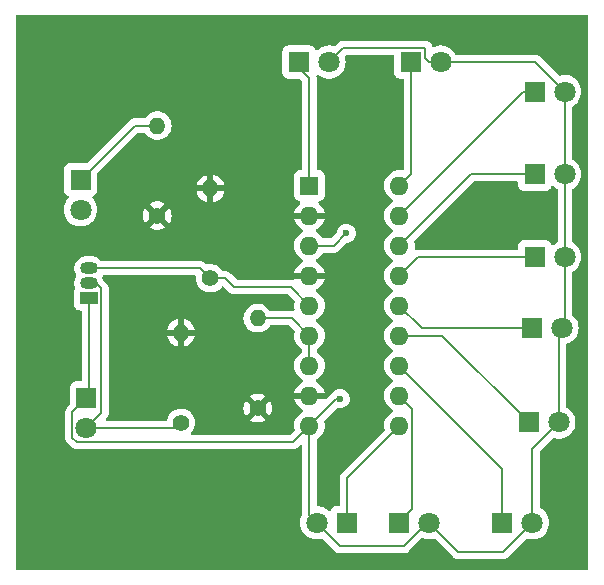
<source format=gbr>
%TF.GenerationSoftware,KiCad,Pcbnew,8.0.1*%
%TF.CreationDate,2024-04-03T23:12:43-04:00*%
%TF.ProjectId,recyclobot,72656379-636c-46f6-926f-742e6b696361,rev?*%
%TF.SameCoordinates,Original*%
%TF.FileFunction,Copper,L1,Top*%
%TF.FilePolarity,Positive*%
%FSLAX46Y46*%
G04 Gerber Fmt 4.6, Leading zero omitted, Abs format (unit mm)*
G04 Created by KiCad (PCBNEW 8.0.1) date 2024-04-03 23:12:43*
%MOMM*%
%LPD*%
G01*
G04 APERTURE LIST*
%TA.AperFunction,ComponentPad*%
%ADD10R,1.800000X1.800000*%
%TD*%
%TA.AperFunction,ComponentPad*%
%ADD11C,1.800000*%
%TD*%
%TA.AperFunction,ComponentPad*%
%ADD12R,1.500000X1.050000*%
%TD*%
%TA.AperFunction,ComponentPad*%
%ADD13O,1.500000X1.050000*%
%TD*%
%TA.AperFunction,ComponentPad*%
%ADD14C,1.400000*%
%TD*%
%TA.AperFunction,ComponentPad*%
%ADD15O,1.400000X1.400000*%
%TD*%
%TA.AperFunction,ComponentPad*%
%ADD16R,1.600000X1.600000*%
%TD*%
%TA.AperFunction,ComponentPad*%
%ADD17O,1.600000X1.600000*%
%TD*%
%TA.AperFunction,ViaPad*%
%ADD18C,0.600000*%
%TD*%
%TA.AperFunction,Conductor*%
%ADD19C,0.200000*%
%TD*%
G04 APERTURE END LIST*
D10*
%TO.P,D6,1,K*%
%TO.N,Net-(D6-K)*%
X146960000Y-100000000D03*
D11*
%TO.P,D6,2,A*%
%TO.N,+5V*%
X149500000Y-100000000D03*
%TD*%
D10*
%TO.P,D1,1,K*%
%TO.N,Net-(D1-K)*%
X108500000Y-93460000D03*
D11*
%TO.P,D1,2,A*%
%TO.N,+5V*%
X108500000Y-96000000D03*
%TD*%
D10*
%TO.P,Q1,1,C*%
%TO.N,+5V*%
X109000000Y-111950000D03*
D11*
%TO.P,Q1,2,E*%
%TO.N,Net-(Q1-E)*%
X109000000Y-114490000D03*
%TD*%
D10*
%TO.P,D7,1,K*%
%TO.N,Net-(D7-K)*%
X146725000Y-106000000D03*
D11*
%TO.P,D7,2,A*%
%TO.N,+5V*%
X149265000Y-106000000D03*
%TD*%
D10*
%TO.P,D3,1,K*%
%TO.N,Net-(D3-K)*%
X136460000Y-83500000D03*
D11*
%TO.P,D3,2,A*%
%TO.N,+5V*%
X139000000Y-83500000D03*
%TD*%
D10*
%TO.P,D4,1,K*%
%TO.N,Net-(D4-K)*%
X146960000Y-86000000D03*
D11*
%TO.P,D4,2,A*%
%TO.N,+5V*%
X149500000Y-86000000D03*
%TD*%
D10*
%TO.P,D2,1,K*%
%TO.N,Net-(D2-K)*%
X127000000Y-83500000D03*
D11*
%TO.P,D2,2,A*%
%TO.N,+5V*%
X129540000Y-83500000D03*
%TD*%
D12*
%TO.P,Q3,1,C*%
%TO.N,+5V*%
X109220000Y-103500000D03*
D13*
%TO.P,Q3,2,B*%
%TO.N,Net-(Q1-E)*%
X109220000Y-102230000D03*
%TO.P,Q3,3,E*%
%TO.N,Net-(Q3-E)*%
X109220000Y-100960000D03*
%TD*%
D14*
%TO.P,R4,1*%
%TO.N,Net-(Q1-E)*%
X117005000Y-114045000D03*
D15*
%TO.P,R4,2*%
%TO.N,GND*%
X117005000Y-106425000D03*
%TD*%
D10*
%TO.P,D9,1,K*%
%TO.N,Net-(D9-K)*%
X144225000Y-122500000D03*
D11*
%TO.P,D9,2,A*%
%TO.N,+5V*%
X146765000Y-122500000D03*
%TD*%
D10*
%TO.P,D10,1,K*%
%TO.N,Net-(D10-K)*%
X135460000Y-122500000D03*
D11*
%TO.P,D10,2,A*%
%TO.N,+5V*%
X138000000Y-122500000D03*
%TD*%
D10*
%TO.P,D11,1,K*%
%TO.N,Net-(D11-K)*%
X131050000Y-122500000D03*
D11*
%TO.P,D11,2,A*%
%TO.N,+5V*%
X128510000Y-122500000D03*
%TD*%
D10*
%TO.P,D8,1,K*%
%TO.N,Net-(D8-K)*%
X146460000Y-114000000D03*
D11*
%TO.P,D8,2,A*%
%TO.N,+5V*%
X149000000Y-114000000D03*
%TD*%
D16*
%TO.P,U1,1,LED1*%
%TO.N,Net-(D2-K)*%
X127880000Y-93960000D03*
D17*
%TO.P,U1,2,V-*%
%TO.N,GND*%
X127880000Y-96500000D03*
%TO.P,U1,3,V+*%
%TO.N,+5V*%
X127880000Y-99040000D03*
%TO.P,U1,4,RLO*%
%TO.N,GND*%
X127880000Y-101580000D03*
%TO.P,U1,5,SIG*%
%TO.N,Net-(Q3-E)*%
X127880000Y-104120000D03*
%TO.P,U1,6,RHI*%
%TO.N,Net-(U1-REFOUT)*%
X127880000Y-106660000D03*
%TO.P,U1,7,REFOUT*%
X127880000Y-109200000D03*
%TO.P,U1,8,REFADJ*%
%TO.N,GND*%
X127880000Y-111740000D03*
%TO.P,U1,9,MODE*%
%TO.N,+5V*%
X127880000Y-114280000D03*
%TO.P,U1,10,LED10*%
%TO.N,Net-(D11-K)*%
X135500000Y-114280000D03*
%TO.P,U1,11,LED9*%
%TO.N,Net-(D10-K)*%
X135500000Y-111740000D03*
%TO.P,U1,12,LED8*%
%TO.N,Net-(D9-K)*%
X135500000Y-109200000D03*
%TO.P,U1,13,LED7*%
%TO.N,Net-(D8-K)*%
X135500000Y-106660000D03*
%TO.P,U1,14,LED6*%
%TO.N,Net-(D7-K)*%
X135500000Y-104120000D03*
%TO.P,U1,15,LED5*%
%TO.N,Net-(D6-K)*%
X135500000Y-101580000D03*
%TO.P,U1,16,LED4*%
%TO.N,Net-(D5-K)*%
X135500000Y-99040000D03*
%TO.P,U1,17,LED3*%
%TO.N,Net-(D4-K)*%
X135500000Y-96500000D03*
%TO.P,U1,18,LED2*%
%TO.N,Net-(D3-K)*%
X135500000Y-93960000D03*
%TD*%
D14*
%TO.P,R5,1*%
%TO.N,Net-(Q3-E)*%
X119500000Y-101810000D03*
D15*
%TO.P,R5,2*%
%TO.N,GND*%
X119500000Y-94190000D03*
%TD*%
D14*
%TO.P,R3,1*%
%TO.N,GND*%
X115000000Y-96500000D03*
D15*
%TO.P,R3,2*%
%TO.N,Net-(D1-K)*%
X115000000Y-88880000D03*
%TD*%
D14*
%TO.P,R1,1*%
%TO.N,GND*%
X123500000Y-112810000D03*
D15*
%TO.P,R1,2*%
%TO.N,Net-(U1-REFOUT)*%
X123500000Y-105190000D03*
%TD*%
D10*
%TO.P,D5,1,K*%
%TO.N,Net-(D5-K)*%
X146960000Y-93000000D03*
D11*
%TO.P,D5,2,A*%
%TO.N,+5V*%
X149500000Y-93000000D03*
%TD*%
D18*
%TO.N,+5V*%
X130500000Y-112000000D03*
X131000000Y-98000000D03*
%TO.N,GND*%
X107500000Y-119500000D03*
X132000000Y-103000000D03*
X140500000Y-97000000D03*
X150000000Y-124500000D03*
X107000000Y-84000000D03*
X122500000Y-93500000D03*
X146500000Y-81000000D03*
%TD*%
D19*
%TO.N,+5V*%
X128000000Y-114400000D02*
X128000000Y-114500000D01*
X139000000Y-83500000D02*
X138000000Y-83500000D01*
X147000000Y-83500000D02*
X139000000Y-83500000D01*
X140500000Y-125000000D02*
X144265000Y-125000000D01*
X127880000Y-114280000D02*
X128000000Y-114400000D01*
X128980000Y-113180000D02*
X127880000Y-114280000D01*
X130160000Y-112000000D02*
X130500000Y-112000000D01*
X149500000Y-93000000D02*
X149500000Y-86000000D01*
X130510000Y-124500000D02*
X135860000Y-124500000D01*
X137660000Y-82300000D02*
X130740000Y-82300000D01*
X127880000Y-114280000D02*
X126470000Y-115690000D01*
X149500000Y-86000000D02*
X147000000Y-83500000D01*
X149265000Y-105735000D02*
X149500000Y-105500000D01*
X146765000Y-116235000D02*
X149000000Y-114000000D01*
X138000000Y-83500000D02*
X137660000Y-83160000D01*
X149500000Y-105500000D02*
X149500000Y-100000000D01*
X130740000Y-82300000D02*
X129540000Y-83500000D01*
X107800000Y-113150000D02*
X109000000Y-111950000D01*
X109220000Y-103500000D02*
X109220000Y-111614314D01*
X128980000Y-113180000D02*
X130160000Y-112000000D01*
X109220000Y-103500000D02*
X109220000Y-103880000D01*
X146765000Y-122500000D02*
X146765000Y-116235000D01*
X149000000Y-106265000D02*
X149265000Y-106000000D01*
X137860000Y-122500000D02*
X138000000Y-122500000D01*
X108190000Y-115690000D02*
X107800000Y-115300000D01*
X137660000Y-83160000D02*
X137660000Y-82300000D01*
X109540000Y-112500000D02*
X109000000Y-111960000D01*
X127880000Y-114280000D02*
X127880000Y-121870000D01*
X135860000Y-124500000D02*
X137860000Y-122500000D01*
X128510000Y-122500000D02*
X130510000Y-124500000D01*
X109220000Y-111614314D02*
X109277843Y-111672157D01*
X138000000Y-122500000D02*
X140500000Y-125000000D01*
X149265000Y-106000000D02*
X149265000Y-105735000D01*
X144265000Y-125000000D02*
X146765000Y-122500000D01*
X127880000Y-121870000D02*
X128510000Y-122500000D01*
X126470000Y-115690000D02*
X108190000Y-115690000D01*
X107800000Y-115300000D02*
X107800000Y-113150000D01*
X129960000Y-99040000D02*
X131000000Y-98000000D01*
X149500000Y-100000000D02*
X149500000Y-93000000D01*
X149000000Y-114000000D02*
X149000000Y-106265000D01*
X127880000Y-99040000D02*
X129960000Y-99040000D01*
%TO.N,Net-(D1-K)*%
X115000000Y-88880000D02*
X113080000Y-88880000D01*
X113080000Y-88880000D02*
X108500000Y-93460000D01*
%TO.N,Net-(D2-K)*%
X127000000Y-84000000D02*
X127880000Y-84880000D01*
X127880000Y-84880000D02*
X127880000Y-93960000D01*
X127000000Y-83500000D02*
X127000000Y-84000000D01*
%TO.N,Net-(D3-K)*%
X136460000Y-83500000D02*
X136460000Y-93000000D01*
X136460000Y-93000000D02*
X135500000Y-93960000D01*
%TO.N,Net-(D4-K)*%
X146960000Y-86000000D02*
X146000000Y-86000000D01*
X146000000Y-86000000D02*
X135500000Y-96500000D01*
%TO.N,Net-(D5-K)*%
X141540000Y-93000000D02*
X135500000Y-99040000D01*
X146960000Y-93000000D02*
X141540000Y-93000000D01*
%TO.N,Net-(D6-K)*%
X146960000Y-100000000D02*
X137080000Y-100000000D01*
X137080000Y-100000000D02*
X135500000Y-101580000D01*
%TO.N,Net-(D7-K)*%
X146725000Y-106000000D02*
X137380000Y-106000000D01*
X137380000Y-106000000D02*
X135500000Y-104120000D01*
%TO.N,Net-(D8-K)*%
X139120000Y-106660000D02*
X146460000Y-114000000D01*
X135500000Y-106660000D02*
X139120000Y-106660000D01*
%TO.N,Net-(D9-K)*%
X144225000Y-122500000D02*
X144225000Y-117925000D01*
X144225000Y-117925000D02*
X135500000Y-109200000D01*
%TO.N,Net-(D10-K)*%
X136600000Y-121360000D02*
X136600000Y-112840000D01*
X136600000Y-112840000D02*
X135500000Y-111740000D01*
X135460000Y-122500000D02*
X136600000Y-121360000D01*
%TO.N,Net-(D11-K)*%
X131050000Y-118730000D02*
X135500000Y-114280000D01*
X131050000Y-122500000D02*
X131050000Y-118730000D01*
%TO.N,Net-(Q1-E)*%
X109825000Y-102230000D02*
X110270000Y-102675000D01*
X110270000Y-113220000D02*
X109000000Y-114490000D01*
X110270000Y-102675000D02*
X110270000Y-113220000D01*
X109220000Y-114280000D02*
X109000000Y-114500000D01*
X109000000Y-114490000D02*
X116560000Y-114490000D01*
X109220000Y-102230000D02*
X109825000Y-102230000D01*
X116560000Y-114490000D02*
X117005000Y-114045000D01*
%TO.N,Net-(Q3-E)*%
X120765000Y-101810000D02*
X121500000Y-102545000D01*
X126305000Y-102545000D02*
X127880000Y-104120000D01*
X119500000Y-101810000D02*
X118650000Y-100960000D01*
X121500000Y-102545000D02*
X126305000Y-102545000D01*
X119500000Y-101810000D02*
X120765000Y-101810000D01*
X118500000Y-100960000D02*
X109220000Y-100960000D01*
X118650000Y-100960000D02*
X118500000Y-100960000D01*
%TO.N,GND*%
X114500000Y-96500000D02*
X115000000Y-96500000D01*
X127880000Y-101580000D02*
X127880000Y-101120000D01*
%TO.N,Net-(U1-REFOUT)*%
X123500000Y-105190000D02*
X126410000Y-105190000D01*
X127880000Y-106660000D02*
X127880000Y-109200000D01*
X126410000Y-105190000D02*
X127880000Y-106660000D01*
%TD*%
%TA.AperFunction,Conductor*%
%TO.N,GND*%
G36*
X135002539Y-82920185D02*
G01*
X135048294Y-82972989D01*
X135059500Y-83024500D01*
X135059500Y-84447870D01*
X135059501Y-84447876D01*
X135065908Y-84507483D01*
X135116202Y-84642328D01*
X135116206Y-84642335D01*
X135202452Y-84757544D01*
X135202455Y-84757547D01*
X135317664Y-84843793D01*
X135317671Y-84843797D01*
X135354851Y-84857664D01*
X135452517Y-84894091D01*
X135512127Y-84900500D01*
X135735500Y-84900499D01*
X135802539Y-84920183D01*
X135848294Y-84972987D01*
X135859500Y-85024499D01*
X135859500Y-92550662D01*
X135839815Y-92617701D01*
X135787011Y-92663456D01*
X135724693Y-92674190D01*
X135500002Y-92654532D01*
X135499998Y-92654532D01*
X135273313Y-92674364D01*
X135273302Y-92674366D01*
X135053511Y-92733258D01*
X135053502Y-92733261D01*
X134847267Y-92829431D01*
X134847265Y-92829432D01*
X134660858Y-92959954D01*
X134499954Y-93120858D01*
X134369432Y-93307265D01*
X134369431Y-93307267D01*
X134273261Y-93513502D01*
X134273258Y-93513511D01*
X134214366Y-93733302D01*
X134214364Y-93733313D01*
X134194532Y-93959998D01*
X134194532Y-93960001D01*
X134214364Y-94186686D01*
X134214366Y-94186697D01*
X134273258Y-94406488D01*
X134273261Y-94406497D01*
X134369431Y-94612732D01*
X134369432Y-94612734D01*
X134499954Y-94799141D01*
X134660858Y-94960045D01*
X134660861Y-94960047D01*
X134847266Y-95090568D01*
X134905275Y-95117618D01*
X134957714Y-95163791D01*
X134976866Y-95230984D01*
X134956650Y-95297865D01*
X134905275Y-95342382D01*
X134847267Y-95369431D01*
X134847265Y-95369432D01*
X134660858Y-95499954D01*
X134499954Y-95660858D01*
X134369432Y-95847265D01*
X134369431Y-95847267D01*
X134273261Y-96053502D01*
X134273258Y-96053511D01*
X134214366Y-96273302D01*
X134214364Y-96273313D01*
X134194532Y-96499998D01*
X134194532Y-96500001D01*
X134214364Y-96726686D01*
X134214366Y-96726697D01*
X134273258Y-96946488D01*
X134273261Y-96946497D01*
X134369431Y-97152732D01*
X134369432Y-97152734D01*
X134499954Y-97339141D01*
X134660858Y-97500045D01*
X134660861Y-97500047D01*
X134847266Y-97630568D01*
X134889959Y-97650476D01*
X134905275Y-97657618D01*
X134957714Y-97703791D01*
X134976866Y-97770984D01*
X134956650Y-97837865D01*
X134905275Y-97882382D01*
X134847267Y-97909431D01*
X134847265Y-97909432D01*
X134660858Y-98039954D01*
X134499954Y-98200858D01*
X134369432Y-98387265D01*
X134369431Y-98387267D01*
X134273261Y-98593502D01*
X134273258Y-98593511D01*
X134214366Y-98813302D01*
X134214364Y-98813313D01*
X134194532Y-99039998D01*
X134194532Y-99040001D01*
X134214364Y-99266686D01*
X134214366Y-99266697D01*
X134273258Y-99486488D01*
X134273261Y-99486497D01*
X134369431Y-99692732D01*
X134369432Y-99692734D01*
X134499954Y-99879141D01*
X134660858Y-100040045D01*
X134707693Y-100072839D01*
X134847266Y-100170568D01*
X134905275Y-100197618D01*
X134957714Y-100243791D01*
X134976866Y-100310984D01*
X134956650Y-100377865D01*
X134905275Y-100422382D01*
X134847267Y-100449431D01*
X134847265Y-100449432D01*
X134660858Y-100579954D01*
X134499954Y-100740858D01*
X134369432Y-100927265D01*
X134369431Y-100927267D01*
X134273261Y-101133502D01*
X134273258Y-101133511D01*
X134214366Y-101353302D01*
X134214364Y-101353313D01*
X134194532Y-101579998D01*
X134194532Y-101580001D01*
X134214364Y-101806686D01*
X134214366Y-101806697D01*
X134273258Y-102026488D01*
X134273261Y-102026497D01*
X134369431Y-102232732D01*
X134369432Y-102232734D01*
X134499954Y-102419141D01*
X134660858Y-102580045D01*
X134660861Y-102580047D01*
X134847266Y-102710568D01*
X134894668Y-102732672D01*
X134905275Y-102737618D01*
X134957714Y-102783791D01*
X134976866Y-102850984D01*
X134956650Y-102917865D01*
X134905275Y-102962382D01*
X134847267Y-102989431D01*
X134847265Y-102989432D01*
X134660858Y-103119954D01*
X134499954Y-103280858D01*
X134369432Y-103467265D01*
X134369431Y-103467267D01*
X134273261Y-103673502D01*
X134273258Y-103673511D01*
X134214366Y-103893302D01*
X134214364Y-103893313D01*
X134194532Y-104119998D01*
X134194532Y-104120001D01*
X134214364Y-104346686D01*
X134214366Y-104346697D01*
X134273258Y-104566488D01*
X134273261Y-104566497D01*
X134369431Y-104772732D01*
X134369432Y-104772734D01*
X134499954Y-104959141D01*
X134660858Y-105120045D01*
X134660861Y-105120047D01*
X134847266Y-105250568D01*
X134905275Y-105277618D01*
X134957714Y-105323791D01*
X134976866Y-105390984D01*
X134956650Y-105457865D01*
X134905275Y-105502382D01*
X134847267Y-105529431D01*
X134847265Y-105529432D01*
X134660858Y-105659954D01*
X134499954Y-105820858D01*
X134369432Y-106007265D01*
X134369431Y-106007267D01*
X134273261Y-106213502D01*
X134273258Y-106213511D01*
X134214366Y-106433302D01*
X134214364Y-106433313D01*
X134194532Y-106659998D01*
X134194532Y-106660001D01*
X134214364Y-106886686D01*
X134214366Y-106886697D01*
X134273258Y-107106488D01*
X134273261Y-107106497D01*
X134369431Y-107312732D01*
X134369432Y-107312734D01*
X134499954Y-107499141D01*
X134660858Y-107660045D01*
X134660861Y-107660047D01*
X134847266Y-107790568D01*
X134905275Y-107817618D01*
X134957714Y-107863791D01*
X134976866Y-107930984D01*
X134956650Y-107997865D01*
X134905275Y-108042382D01*
X134847267Y-108069431D01*
X134847265Y-108069432D01*
X134660858Y-108199954D01*
X134499954Y-108360858D01*
X134369432Y-108547265D01*
X134369431Y-108547267D01*
X134273261Y-108753502D01*
X134273258Y-108753511D01*
X134214366Y-108973302D01*
X134214364Y-108973313D01*
X134194532Y-109199998D01*
X134194532Y-109200001D01*
X134214364Y-109426686D01*
X134214366Y-109426697D01*
X134273258Y-109646488D01*
X134273261Y-109646497D01*
X134369431Y-109852732D01*
X134369432Y-109852734D01*
X134499954Y-110039141D01*
X134660858Y-110200045D01*
X134660861Y-110200047D01*
X134847266Y-110330568D01*
X134905275Y-110357618D01*
X134957714Y-110403791D01*
X134976866Y-110470984D01*
X134956650Y-110537865D01*
X134905275Y-110582382D01*
X134847267Y-110609431D01*
X134847265Y-110609432D01*
X134660858Y-110739954D01*
X134499954Y-110900858D01*
X134369432Y-111087265D01*
X134369431Y-111087267D01*
X134273261Y-111293502D01*
X134273258Y-111293511D01*
X134214366Y-111513302D01*
X134214364Y-111513313D01*
X134194532Y-111739998D01*
X134194532Y-111740001D01*
X134214364Y-111966686D01*
X134214366Y-111966697D01*
X134273258Y-112186488D01*
X134273261Y-112186497D01*
X134369431Y-112392732D01*
X134369432Y-112392734D01*
X134499954Y-112579141D01*
X134660858Y-112740045D01*
X134664300Y-112742455D01*
X134847266Y-112870568D01*
X134879035Y-112885382D01*
X134905275Y-112897618D01*
X134957714Y-112943791D01*
X134976866Y-113010984D01*
X134956650Y-113077865D01*
X134905275Y-113122382D01*
X134847267Y-113149431D01*
X134847265Y-113149432D01*
X134660858Y-113279954D01*
X134499954Y-113440858D01*
X134369432Y-113627265D01*
X134369431Y-113627267D01*
X134273261Y-113833502D01*
X134273258Y-113833511D01*
X134214366Y-114053302D01*
X134214364Y-114053313D01*
X134194532Y-114279998D01*
X134194532Y-114280001D01*
X134214364Y-114506686D01*
X134214366Y-114506697D01*
X134240152Y-114602931D01*
X134238489Y-114672781D01*
X134208058Y-114722705D01*
X130681286Y-118249478D01*
X130569481Y-118361282D01*
X130569479Y-118361285D01*
X130519361Y-118448094D01*
X130519359Y-118448096D01*
X130490425Y-118498209D01*
X130490424Y-118498210D01*
X130490423Y-118498215D01*
X130449499Y-118650943D01*
X130449499Y-118650945D01*
X130449499Y-118819046D01*
X130449500Y-118819059D01*
X130449500Y-120975500D01*
X130429815Y-121042539D01*
X130377011Y-121088294D01*
X130325501Y-121099500D01*
X130102130Y-121099500D01*
X130102123Y-121099501D01*
X130042516Y-121105908D01*
X129907671Y-121156202D01*
X129907664Y-121156206D01*
X129792455Y-121242452D01*
X129792452Y-121242455D01*
X129706206Y-121357664D01*
X129706203Y-121357670D01*
X129677544Y-121434508D01*
X129635672Y-121490441D01*
X129570208Y-121514858D01*
X129501935Y-121500006D01*
X129470135Y-121475158D01*
X129461784Y-121466087D01*
X129461778Y-121466082D01*
X129461777Y-121466081D01*
X129278634Y-121323535D01*
X129278628Y-121323531D01*
X129074504Y-121213064D01*
X129074495Y-121213061D01*
X128854984Y-121137702D01*
X128664450Y-121105908D01*
X128626049Y-121099500D01*
X128626048Y-121099500D01*
X128604500Y-121099500D01*
X128537461Y-121079815D01*
X128491706Y-121027011D01*
X128480500Y-120975500D01*
X128480500Y-115511692D01*
X128500185Y-115444653D01*
X128533374Y-115410119D01*
X128719139Y-115280047D01*
X128880047Y-115119139D01*
X129010568Y-114932734D01*
X129106739Y-114726496D01*
X129165635Y-114506692D01*
X129185468Y-114280000D01*
X129165635Y-114053308D01*
X129145082Y-113976604D01*
X129139847Y-113957066D01*
X129141510Y-113887217D01*
X129171937Y-113837296D01*
X129460519Y-113548716D01*
X130193886Y-112815347D01*
X130255207Y-112781864D01*
X130313589Y-112785443D01*
X130313960Y-112783819D01*
X130320740Y-112785366D01*
X130320745Y-112785368D01*
X130320750Y-112785368D01*
X130320752Y-112785369D01*
X130499996Y-112805565D01*
X130500000Y-112805565D01*
X130500004Y-112805565D01*
X130679249Y-112785369D01*
X130679252Y-112785368D01*
X130679255Y-112785368D01*
X130849522Y-112725789D01*
X131002262Y-112629816D01*
X131129816Y-112502262D01*
X131225789Y-112349522D01*
X131285368Y-112179255D01*
X131291889Y-112121383D01*
X131305565Y-112000003D01*
X131305565Y-111999996D01*
X131285369Y-111820750D01*
X131285368Y-111820745D01*
X131257113Y-111739998D01*
X131225789Y-111650478D01*
X131129816Y-111497738D01*
X131002262Y-111370184D01*
X130997607Y-111367259D01*
X130849523Y-111274211D01*
X130679254Y-111214631D01*
X130679249Y-111214630D01*
X130500004Y-111194435D01*
X130499996Y-111194435D01*
X130320750Y-111214630D01*
X130320745Y-111214631D01*
X130150476Y-111274211D01*
X129997736Y-111370184D01*
X129938060Y-111429860D01*
X129912386Y-111449561D01*
X129901623Y-111455775D01*
X129893067Y-111460715D01*
X129893064Y-111460717D01*
X129791290Y-111519475D01*
X129791282Y-111519481D01*
X129679478Y-111631286D01*
X129329142Y-111981621D01*
X129267819Y-112015106D01*
X129198127Y-112010122D01*
X129170912Y-111990000D01*
X128195686Y-111990000D01*
X128200080Y-111985606D01*
X128252741Y-111894394D01*
X128280000Y-111792661D01*
X128280000Y-111687339D01*
X128252741Y-111585606D01*
X128200080Y-111494394D01*
X128195686Y-111490000D01*
X129158872Y-111490000D01*
X129158872Y-111489999D01*
X129106269Y-111293682D01*
X129106265Y-111293673D01*
X129010134Y-111087517D01*
X128879657Y-110901179D01*
X128718820Y-110740342D01*
X128532482Y-110609865D01*
X128474133Y-110582657D01*
X128421694Y-110536484D01*
X128402542Y-110469291D01*
X128422758Y-110402410D01*
X128474129Y-110357895D01*
X128532734Y-110330568D01*
X128719139Y-110200047D01*
X128880047Y-110039139D01*
X129010568Y-109852734D01*
X129106739Y-109646496D01*
X129165635Y-109426692D01*
X129185468Y-109200000D01*
X129165635Y-108973308D01*
X129106739Y-108753504D01*
X129010568Y-108547266D01*
X128880047Y-108360861D01*
X128880045Y-108360858D01*
X128719140Y-108199953D01*
X128533377Y-108069881D01*
X128489752Y-108015304D01*
X128480500Y-107968306D01*
X128480500Y-107891692D01*
X128500185Y-107824653D01*
X128533374Y-107790119D01*
X128719139Y-107660047D01*
X128880047Y-107499139D01*
X129010568Y-107312734D01*
X129106739Y-107106496D01*
X129165635Y-106886692D01*
X129185468Y-106660000D01*
X129165635Y-106433308D01*
X129106739Y-106213504D01*
X129010568Y-106007266D01*
X128880047Y-105820861D01*
X128880045Y-105820858D01*
X128719141Y-105659954D01*
X128532734Y-105529432D01*
X128532728Y-105529429D01*
X128474725Y-105502382D01*
X128422285Y-105456210D01*
X128403133Y-105389017D01*
X128423348Y-105322135D01*
X128474725Y-105277618D01*
X128532734Y-105250568D01*
X128719139Y-105120047D01*
X128880047Y-104959139D01*
X129010568Y-104772734D01*
X129106739Y-104566496D01*
X129165635Y-104346692D01*
X129185468Y-104120000D01*
X129165635Y-103893308D01*
X129106739Y-103673504D01*
X129010568Y-103467266D01*
X128880047Y-103280861D01*
X128880045Y-103280858D01*
X128719141Y-103119954D01*
X128532734Y-102989432D01*
X128532732Y-102989431D01*
X128490243Y-102969618D01*
X128474132Y-102962105D01*
X128421694Y-102915934D01*
X128402542Y-102848740D01*
X128422758Y-102781859D01*
X128474134Y-102737341D01*
X128532484Y-102710132D01*
X128718820Y-102579657D01*
X128879657Y-102418820D01*
X129010134Y-102232482D01*
X129106265Y-102026326D01*
X129106269Y-102026317D01*
X129158872Y-101830000D01*
X128195686Y-101830000D01*
X128200080Y-101825606D01*
X128252741Y-101734394D01*
X128280000Y-101632661D01*
X128280000Y-101527339D01*
X128252741Y-101425606D01*
X128200080Y-101334394D01*
X128195686Y-101330000D01*
X129158872Y-101330000D01*
X129158872Y-101329999D01*
X129106269Y-101133682D01*
X129106265Y-101133673D01*
X129010134Y-100927517D01*
X128879657Y-100741179D01*
X128718820Y-100580342D01*
X128532482Y-100449865D01*
X128474133Y-100422657D01*
X128421694Y-100376484D01*
X128402542Y-100309291D01*
X128422758Y-100242410D01*
X128474129Y-100197895D01*
X128532734Y-100170568D01*
X128719139Y-100040047D01*
X128880047Y-99879139D01*
X129010118Y-99693375D01*
X129064693Y-99649752D01*
X129111692Y-99640500D01*
X129873331Y-99640500D01*
X129873347Y-99640501D01*
X129880943Y-99640501D01*
X130039054Y-99640501D01*
X130039057Y-99640501D01*
X130191785Y-99599577D01*
X130241904Y-99570639D01*
X130328716Y-99520520D01*
X130440520Y-99408716D01*
X130440520Y-99408714D01*
X130450728Y-99398507D01*
X130450730Y-99398504D01*
X131018535Y-98830698D01*
X131079856Y-98797215D01*
X131092311Y-98795163D01*
X131179255Y-98785368D01*
X131349522Y-98725789D01*
X131502262Y-98629816D01*
X131629816Y-98502262D01*
X131725789Y-98349522D01*
X131785368Y-98179255D01*
X131785369Y-98179249D01*
X131805565Y-98000003D01*
X131805565Y-97999996D01*
X131785369Y-97820750D01*
X131785368Y-97820745D01*
X131767859Y-97770707D01*
X131725789Y-97650478D01*
X131629816Y-97497738D01*
X131502262Y-97370184D01*
X131489710Y-97362297D01*
X131349523Y-97274211D01*
X131179254Y-97214631D01*
X131179249Y-97214630D01*
X131000004Y-97194435D01*
X130999996Y-97194435D01*
X130820750Y-97214630D01*
X130820745Y-97214631D01*
X130650476Y-97274211D01*
X130497737Y-97370184D01*
X130370184Y-97497737D01*
X130274210Y-97650478D01*
X130214630Y-97820750D01*
X130204837Y-97907668D01*
X130177770Y-97972082D01*
X130169298Y-97981465D01*
X129747584Y-98403181D01*
X129686261Y-98436666D01*
X129659903Y-98439500D01*
X129111692Y-98439500D01*
X129044653Y-98419815D01*
X129010119Y-98386625D01*
X128880047Y-98200861D01*
X128880045Y-98200858D01*
X128719141Y-98039954D01*
X128532734Y-97909432D01*
X128532732Y-97909431D01*
X128474725Y-97882382D01*
X128474132Y-97882105D01*
X128421694Y-97835934D01*
X128402542Y-97768740D01*
X128422758Y-97701859D01*
X128474134Y-97657341D01*
X128532484Y-97630132D01*
X128718820Y-97499657D01*
X128879657Y-97338820D01*
X129010134Y-97152482D01*
X129106265Y-96946326D01*
X129106269Y-96946317D01*
X129158872Y-96750000D01*
X128195686Y-96750000D01*
X128200080Y-96745606D01*
X128252741Y-96654394D01*
X128280000Y-96552661D01*
X128280000Y-96447339D01*
X128252741Y-96345606D01*
X128200080Y-96254394D01*
X128195686Y-96250000D01*
X129158872Y-96250000D01*
X129158872Y-96249999D01*
X129106269Y-96053682D01*
X129106265Y-96053673D01*
X129010134Y-95847517D01*
X128879657Y-95661179D01*
X128718820Y-95500342D01*
X128693779Y-95482808D01*
X128650154Y-95428230D01*
X128642962Y-95358732D01*
X128674484Y-95296377D01*
X128734714Y-95260964D01*
X128751650Y-95257943D01*
X128787483Y-95254091D01*
X128922328Y-95203797D01*
X128922327Y-95203797D01*
X128922331Y-95203796D01*
X129037546Y-95117546D01*
X129123796Y-95002331D01*
X129174091Y-94867483D01*
X129180500Y-94807873D01*
X129180499Y-93112128D01*
X129174091Y-93052517D01*
X129154503Y-93000000D01*
X129123797Y-92917671D01*
X129123793Y-92917664D01*
X129037547Y-92802455D01*
X129037544Y-92802452D01*
X128922335Y-92716206D01*
X128922328Y-92716202D01*
X128787482Y-92665908D01*
X128787483Y-92665908D01*
X128727883Y-92659501D01*
X128727881Y-92659500D01*
X128727873Y-92659500D01*
X128727865Y-92659500D01*
X128604500Y-92659500D01*
X128537461Y-92639815D01*
X128491706Y-92587011D01*
X128480500Y-92535500D01*
X128480500Y-84969059D01*
X128480501Y-84969046D01*
X128480501Y-84800945D01*
X128480501Y-84800943D01*
X128457337Y-84714495D01*
X128459000Y-84644647D01*
X128498162Y-84586784D01*
X128562391Y-84559280D01*
X128631293Y-84570866D01*
X128653274Y-84584550D01*
X128771365Y-84676464D01*
X128771371Y-84676468D01*
X128771374Y-84676470D01*
X128975497Y-84786936D01*
X129082092Y-84823530D01*
X129195015Y-84862297D01*
X129195017Y-84862297D01*
X129195019Y-84862298D01*
X129423951Y-84900500D01*
X129423952Y-84900500D01*
X129656048Y-84900500D01*
X129656049Y-84900500D01*
X129884981Y-84862298D01*
X130104503Y-84786936D01*
X130308626Y-84676470D01*
X130334667Y-84656202D01*
X130407923Y-84599184D01*
X130491784Y-84533913D01*
X130648979Y-84363153D01*
X130775924Y-84168849D01*
X130869157Y-83956300D01*
X130926134Y-83731305D01*
X130945300Y-83500000D01*
X130945300Y-83499993D01*
X130926135Y-83268702D01*
X130926131Y-83268682D01*
X130881680Y-83093152D01*
X130884304Y-83023332D01*
X130914203Y-82975030D01*
X130952419Y-82936816D01*
X131013743Y-82903333D01*
X131040098Y-82900500D01*
X134935500Y-82900500D01*
X135002539Y-82920185D01*
G37*
%TD.AperFunction*%
%TA.AperFunction,Conductor*%
G36*
X118248494Y-101580185D02*
G01*
X118294249Y-101632989D01*
X118304926Y-101695941D01*
X118294357Y-101809999D01*
X118294357Y-101810000D01*
X118314884Y-102031535D01*
X118314885Y-102031537D01*
X118375769Y-102245523D01*
X118375775Y-102245538D01*
X118474938Y-102444683D01*
X118474943Y-102444691D01*
X118609020Y-102622238D01*
X118773437Y-102772123D01*
X118773439Y-102772125D01*
X118962595Y-102889245D01*
X118962596Y-102889245D01*
X118962599Y-102889247D01*
X119170060Y-102969618D01*
X119388757Y-103010500D01*
X119388759Y-103010500D01*
X119611241Y-103010500D01*
X119611243Y-103010500D01*
X119829940Y-102969618D01*
X120037401Y-102889247D01*
X120226562Y-102772124D01*
X120390981Y-102622236D01*
X120450111Y-102543934D01*
X120506220Y-102502299D01*
X120575932Y-102497608D01*
X120636746Y-102530981D01*
X121015139Y-102909374D01*
X121015149Y-102909385D01*
X121019479Y-102913715D01*
X121019480Y-102913716D01*
X121131284Y-103025520D01*
X121131286Y-103025521D01*
X121131290Y-103025524D01*
X121211538Y-103071855D01*
X121211539Y-103071855D01*
X121268215Y-103104577D01*
X121420943Y-103145501D01*
X121420946Y-103145501D01*
X121586653Y-103145501D01*
X121586669Y-103145500D01*
X126004903Y-103145500D01*
X126071942Y-103165185D01*
X126092584Y-103181819D01*
X126588058Y-103677293D01*
X126621543Y-103738616D01*
X126620152Y-103797067D01*
X126594366Y-103893302D01*
X126594364Y-103893313D01*
X126574532Y-104119998D01*
X126574532Y-104120001D01*
X126594364Y-104346686D01*
X126594366Y-104346697D01*
X126617623Y-104433493D01*
X126615960Y-104503343D01*
X126576797Y-104561205D01*
X126512569Y-104588709D01*
X126497185Y-104588620D01*
X126497185Y-104589499D01*
X126323347Y-104589499D01*
X126323331Y-104589500D01*
X124612621Y-104589500D01*
X124545582Y-104569815D01*
X124513667Y-104540227D01*
X124390979Y-104377761D01*
X124226562Y-104227876D01*
X124226560Y-104227874D01*
X124037404Y-104110754D01*
X124037398Y-104110752D01*
X123829940Y-104030382D01*
X123611243Y-103989500D01*
X123388757Y-103989500D01*
X123170060Y-104030382D01*
X123060386Y-104072870D01*
X122962601Y-104110752D01*
X122962595Y-104110754D01*
X122773439Y-104227874D01*
X122773437Y-104227876D01*
X122609020Y-104377761D01*
X122474943Y-104555308D01*
X122474938Y-104555316D01*
X122375775Y-104754461D01*
X122375769Y-104754476D01*
X122314885Y-104968462D01*
X122314884Y-104968464D01*
X122294357Y-105189999D01*
X122294357Y-105190000D01*
X122314884Y-105411535D01*
X122314885Y-105411537D01*
X122375769Y-105625523D01*
X122375775Y-105625538D01*
X122474938Y-105824683D01*
X122474942Y-105824689D01*
X122609020Y-106002238D01*
X122773437Y-106152123D01*
X122773439Y-106152125D01*
X122962595Y-106269245D01*
X122962596Y-106269245D01*
X122962599Y-106269247D01*
X123170060Y-106349618D01*
X123388757Y-106390500D01*
X123388759Y-106390500D01*
X123611241Y-106390500D01*
X123611243Y-106390500D01*
X123829940Y-106349618D01*
X124037401Y-106269247D01*
X124226562Y-106152124D01*
X124385462Y-106007267D01*
X124390979Y-106002238D01*
X124392670Y-106000000D01*
X124513667Y-105839772D01*
X124569776Y-105798137D01*
X124612621Y-105790500D01*
X126109903Y-105790500D01*
X126176942Y-105810185D01*
X126197584Y-105826819D01*
X126588058Y-106217293D01*
X126621543Y-106278616D01*
X126620152Y-106337067D01*
X126594366Y-106433302D01*
X126594364Y-106433313D01*
X126574532Y-106659998D01*
X126574532Y-106660001D01*
X126594364Y-106886686D01*
X126594366Y-106886697D01*
X126653258Y-107106488D01*
X126653261Y-107106497D01*
X126749431Y-107312732D01*
X126749432Y-107312734D01*
X126879954Y-107499141D01*
X127040858Y-107660045D01*
X127040861Y-107660047D01*
X127226624Y-107790118D01*
X127270248Y-107844693D01*
X127279500Y-107891692D01*
X127279500Y-107968306D01*
X127259815Y-108035345D01*
X127226623Y-108069881D01*
X127040859Y-108199953D01*
X126879954Y-108360858D01*
X126749432Y-108547265D01*
X126749431Y-108547267D01*
X126653261Y-108753502D01*
X126653258Y-108753511D01*
X126594366Y-108973302D01*
X126594364Y-108973313D01*
X126574532Y-109199998D01*
X126574532Y-109200001D01*
X126594364Y-109426686D01*
X126594366Y-109426697D01*
X126653258Y-109646488D01*
X126653261Y-109646497D01*
X126749431Y-109852732D01*
X126749432Y-109852734D01*
X126879954Y-110039141D01*
X127040858Y-110200045D01*
X127040861Y-110200047D01*
X127227266Y-110330568D01*
X127285865Y-110357893D01*
X127338305Y-110404065D01*
X127357457Y-110471258D01*
X127337242Y-110538139D01*
X127285867Y-110582657D01*
X127227515Y-110609867D01*
X127041179Y-110740342D01*
X126880342Y-110901179D01*
X126749865Y-111087517D01*
X126653734Y-111293673D01*
X126653730Y-111293682D01*
X126601127Y-111489999D01*
X126601128Y-111490000D01*
X127564314Y-111490000D01*
X127559920Y-111494394D01*
X127507259Y-111585606D01*
X127480000Y-111687339D01*
X127480000Y-111792661D01*
X127507259Y-111894394D01*
X127559920Y-111985606D01*
X127564314Y-111990000D01*
X126601128Y-111990000D01*
X126653730Y-112186317D01*
X126653734Y-112186326D01*
X126749865Y-112392482D01*
X126880342Y-112578820D01*
X127041179Y-112739657D01*
X127227518Y-112870134D01*
X127227520Y-112870135D01*
X127285865Y-112897342D01*
X127338305Y-112943514D01*
X127357457Y-113010707D01*
X127337242Y-113077589D01*
X127285867Y-113122105D01*
X127254244Y-113136852D01*
X127227264Y-113149433D01*
X127040858Y-113279954D01*
X126879954Y-113440858D01*
X126749432Y-113627265D01*
X126749431Y-113627267D01*
X126653261Y-113833502D01*
X126653258Y-113833511D01*
X126594366Y-114053302D01*
X126594364Y-114053313D01*
X126574532Y-114279998D01*
X126574532Y-114280001D01*
X126594364Y-114506686D01*
X126594366Y-114506697D01*
X126620152Y-114602931D01*
X126618489Y-114672781D01*
X126588058Y-114722705D01*
X126257582Y-115053182D01*
X126196261Y-115086666D01*
X126169903Y-115089500D01*
X117961281Y-115089500D01*
X117894242Y-115069815D01*
X117848487Y-115017011D01*
X117838543Y-114947853D01*
X117867568Y-114884297D01*
X117877742Y-114873864D01*
X117889497Y-114863147D01*
X117895981Y-114857236D01*
X118030058Y-114679689D01*
X118129229Y-114480528D01*
X118190115Y-114266536D01*
X118210643Y-114045000D01*
X118196022Y-113887217D01*
X118190115Y-113823464D01*
X118190114Y-113823462D01*
X118188241Y-113816880D01*
X122846672Y-113816880D01*
X122962821Y-113888797D01*
X122962822Y-113888798D01*
X123170195Y-113969134D01*
X123388807Y-114010000D01*
X123611193Y-114010000D01*
X123829809Y-113969133D01*
X124037168Y-113888801D01*
X124037181Y-113888795D01*
X124153326Y-113816879D01*
X123500001Y-113163553D01*
X123500000Y-113163553D01*
X122846672Y-113816879D01*
X122846672Y-113816880D01*
X118188241Y-113816880D01*
X118129229Y-113609472D01*
X118129224Y-113609461D01*
X118030061Y-113410316D01*
X118030056Y-113410308D01*
X117895979Y-113232761D01*
X117731562Y-113082876D01*
X117731560Y-113082874D01*
X117542404Y-112965754D01*
X117542398Y-112965752D01*
X117334940Y-112885382D01*
X117116243Y-112844500D01*
X116893757Y-112844500D01*
X116675060Y-112885382D01*
X116562317Y-112929059D01*
X116467601Y-112965752D01*
X116467595Y-112965754D01*
X116278439Y-113082874D01*
X116278437Y-113082876D01*
X116114020Y-113232761D01*
X115979943Y-113410308D01*
X115979938Y-113410316D01*
X115880775Y-113609461D01*
X115880769Y-113609476D01*
X115826722Y-113799434D01*
X115789443Y-113858528D01*
X115726133Y-113888085D01*
X115707456Y-113889500D01*
X110749098Y-113889500D01*
X110682059Y-113869815D01*
X110636304Y-113817011D01*
X110626360Y-113747853D01*
X110655385Y-113684297D01*
X110661417Y-113677819D01*
X110750520Y-113588716D01*
X110810156Y-113485423D01*
X110821770Y-113465308D01*
X110829574Y-113451790D01*
X110829573Y-113451790D01*
X110829577Y-113451785D01*
X110870500Y-113299058D01*
X110870500Y-113140943D01*
X110870500Y-112810000D01*
X122294859Y-112810000D01*
X122315378Y-113031439D01*
X122376240Y-113245350D01*
X122475369Y-113444428D01*
X122491137Y-113465308D01*
X122491138Y-113465308D01*
X123100369Y-112856078D01*
X123150000Y-112856078D01*
X123173852Y-112945095D01*
X123219930Y-113024905D01*
X123285095Y-113090070D01*
X123364905Y-113136148D01*
X123453922Y-113160000D01*
X123546078Y-113160000D01*
X123635095Y-113136148D01*
X123714905Y-113090070D01*
X123780070Y-113024905D01*
X123826148Y-112945095D01*
X123850000Y-112856078D01*
X123850000Y-112810000D01*
X123853553Y-112810000D01*
X124508861Y-113465308D01*
X124524631Y-113444425D01*
X124524633Y-113444422D01*
X124623759Y-113245350D01*
X124684621Y-113031439D01*
X124705141Y-112810000D01*
X124705141Y-112809999D01*
X124684621Y-112588560D01*
X124623759Y-112374649D01*
X124524635Y-112175580D01*
X124524630Y-112175572D01*
X124508860Y-112154690D01*
X123853553Y-112809999D01*
X123853553Y-112810000D01*
X123850000Y-112810000D01*
X123850000Y-112763922D01*
X123826148Y-112674905D01*
X123780070Y-112595095D01*
X123714905Y-112529930D01*
X123635095Y-112483852D01*
X123546078Y-112460000D01*
X123453922Y-112460000D01*
X123364905Y-112483852D01*
X123285095Y-112529930D01*
X123219930Y-112595095D01*
X123173852Y-112674905D01*
X123150000Y-112763922D01*
X123150000Y-112856078D01*
X123100369Y-112856078D01*
X123146447Y-112810000D01*
X122491138Y-112154691D01*
X122491137Y-112154691D01*
X122475368Y-112175574D01*
X122376240Y-112374649D01*
X122315378Y-112588560D01*
X122294859Y-112809999D01*
X122294859Y-112810000D01*
X110870500Y-112810000D01*
X110870500Y-111803119D01*
X122846671Y-111803119D01*
X123500000Y-112456447D01*
X123500001Y-112456447D01*
X124153327Y-111803119D01*
X124037178Y-111731202D01*
X124037177Y-111731201D01*
X123829804Y-111650865D01*
X123611193Y-111610000D01*
X123388807Y-111610000D01*
X123170195Y-111650865D01*
X122962824Y-111731200D01*
X122962823Y-111731201D01*
X122846671Y-111803119D01*
X110870500Y-111803119D01*
X110870500Y-106675000D01*
X115828505Y-106675000D01*
X115881239Y-106860349D01*
X115980368Y-107059425D01*
X116114391Y-107236900D01*
X116278738Y-107386721D01*
X116467820Y-107503797D01*
X116467822Y-107503798D01*
X116675195Y-107584135D01*
X116755000Y-107599052D01*
X116755000Y-106675000D01*
X115828505Y-106675000D01*
X110870500Y-106675000D01*
X110870500Y-106471078D01*
X116655000Y-106471078D01*
X116678852Y-106560095D01*
X116724930Y-106639905D01*
X116790095Y-106705070D01*
X116869905Y-106751148D01*
X116958922Y-106775000D01*
X117051078Y-106775000D01*
X117140095Y-106751148D01*
X117219905Y-106705070D01*
X117249975Y-106675000D01*
X117255000Y-106675000D01*
X117255000Y-107599052D01*
X117334804Y-107584135D01*
X117542177Y-107503798D01*
X117542179Y-107503797D01*
X117731261Y-107386721D01*
X117895608Y-107236900D01*
X118029631Y-107059425D01*
X118128760Y-106860349D01*
X118181495Y-106675000D01*
X117255000Y-106675000D01*
X117249975Y-106675000D01*
X117285070Y-106639905D01*
X117331148Y-106560095D01*
X117355000Y-106471078D01*
X117355000Y-106378922D01*
X117331148Y-106289905D01*
X117285070Y-106210095D01*
X117219905Y-106144930D01*
X117140095Y-106098852D01*
X117051078Y-106075000D01*
X116958922Y-106075000D01*
X116869905Y-106098852D01*
X116790095Y-106144930D01*
X116724930Y-106210095D01*
X116678852Y-106289905D01*
X116655000Y-106378922D01*
X116655000Y-106471078D01*
X110870500Y-106471078D01*
X110870500Y-106175000D01*
X115828505Y-106175000D01*
X116755000Y-106175000D01*
X116755000Y-105250946D01*
X117255000Y-105250946D01*
X117255000Y-106175000D01*
X118181495Y-106175000D01*
X118128760Y-105989650D01*
X118029631Y-105790574D01*
X117895608Y-105613099D01*
X117731261Y-105463278D01*
X117542179Y-105346202D01*
X117542177Y-105346201D01*
X117334799Y-105265864D01*
X117255000Y-105250946D01*
X116755000Y-105250946D01*
X116675200Y-105265864D01*
X116467822Y-105346201D01*
X116467820Y-105346202D01*
X116278738Y-105463278D01*
X116114391Y-105613099D01*
X115980368Y-105790574D01*
X115881239Y-105989650D01*
X115828505Y-106175000D01*
X110870500Y-106175000D01*
X110870500Y-102764059D01*
X110870501Y-102764046D01*
X110870501Y-102595945D01*
X110870501Y-102595943D01*
X110829577Y-102443215D01*
X110764791Y-102331003D01*
X110750520Y-102306284D01*
X110750518Y-102306282D01*
X110750517Y-102306280D01*
X110634397Y-102190160D01*
X110634374Y-102190139D01*
X110471589Y-102027354D01*
X110438104Y-101966031D01*
X110437666Y-101963929D01*
X110431091Y-101930873D01*
X110353786Y-101744244D01*
X110353785Y-101744242D01*
X110353100Y-101742960D01*
X110352943Y-101742210D01*
X110351455Y-101738616D01*
X110352136Y-101738333D01*
X110338853Y-101674558D01*
X110363849Y-101609313D01*
X110420152Y-101567939D01*
X110462454Y-101560500D01*
X118181455Y-101560500D01*
X118248494Y-101580185D01*
G37*
%TD.AperFunction*%
%TA.AperFunction,Conductor*%
G36*
X145502540Y-93620185D02*
G01*
X145548295Y-93672989D01*
X145559501Y-93724500D01*
X145559501Y-93947876D01*
X145565908Y-94007483D01*
X145616202Y-94142328D01*
X145616206Y-94142335D01*
X145702452Y-94257544D01*
X145702455Y-94257547D01*
X145817664Y-94343793D01*
X145817671Y-94343797D01*
X145952517Y-94394091D01*
X145952516Y-94394091D01*
X145959444Y-94394835D01*
X146012127Y-94400500D01*
X147907872Y-94400499D01*
X147967483Y-94394091D01*
X148102331Y-94343796D01*
X148217546Y-94257546D01*
X148303796Y-94142331D01*
X148303798Y-94142326D01*
X148332455Y-94065493D01*
X148374326Y-94009559D01*
X148439790Y-93985141D01*
X148508063Y-93999992D01*
X148539866Y-94024843D01*
X148547302Y-94032920D01*
X148548215Y-94033912D01*
X148548222Y-94033918D01*
X148731365Y-94176464D01*
X148731376Y-94176471D01*
X148834517Y-94232288D01*
X148884108Y-94281507D01*
X148899500Y-94341343D01*
X148899500Y-98658655D01*
X148879815Y-98725694D01*
X148834519Y-98767709D01*
X148731376Y-98823528D01*
X148731365Y-98823535D01*
X148548222Y-98966081D01*
X148548218Y-98966085D01*
X148539866Y-98975158D01*
X148479979Y-99011148D01*
X148410141Y-99009047D01*
X148352525Y-98969522D01*
X148332455Y-98934507D01*
X148303797Y-98857671D01*
X148303793Y-98857664D01*
X148217547Y-98742455D01*
X148217544Y-98742452D01*
X148102335Y-98656206D01*
X148102328Y-98656202D01*
X147967482Y-98605908D01*
X147967483Y-98605908D01*
X147907883Y-98599501D01*
X147907881Y-98599500D01*
X147907873Y-98599500D01*
X147907864Y-98599500D01*
X146012129Y-98599500D01*
X146012123Y-98599501D01*
X145952516Y-98605908D01*
X145817671Y-98656202D01*
X145817664Y-98656206D01*
X145702455Y-98742452D01*
X145702452Y-98742455D01*
X145616206Y-98857664D01*
X145616202Y-98857671D01*
X145565908Y-98992517D01*
X145559501Y-99052116D01*
X145559500Y-99052135D01*
X145559500Y-99275500D01*
X145539815Y-99342539D01*
X145487011Y-99388294D01*
X145435500Y-99399500D01*
X137000939Y-99399500D01*
X136966547Y-99408715D01*
X136966548Y-99408716D01*
X136938099Y-99416339D01*
X136868249Y-99414676D01*
X136810386Y-99375514D01*
X136782882Y-99311286D01*
X136785677Y-99272199D01*
X136784694Y-99272026D01*
X136785631Y-99266703D01*
X136785635Y-99266692D01*
X136805468Y-99040000D01*
X136785635Y-98813308D01*
X136759847Y-98717066D01*
X136761510Y-98647217D01*
X136791939Y-98597294D01*
X141752416Y-93636819D01*
X141813739Y-93603334D01*
X141840097Y-93600500D01*
X145435501Y-93600500D01*
X145502540Y-93620185D01*
G37*
%TD.AperFunction*%
%TA.AperFunction,Conductor*%
G36*
X151442539Y-79520185D02*
G01*
X151488294Y-79572989D01*
X151499500Y-79624500D01*
X151499500Y-126375500D01*
X151479815Y-126442539D01*
X151427011Y-126488294D01*
X151375500Y-126499500D01*
X103124500Y-126499500D01*
X103057461Y-126479815D01*
X103011706Y-126427011D01*
X103000500Y-126375500D01*
X103000500Y-115379054D01*
X107199498Y-115379054D01*
X107207942Y-115410568D01*
X107240423Y-115531785D01*
X107242870Y-115536024D01*
X107259965Y-115565631D01*
X107259966Y-115565635D01*
X107319475Y-115668709D01*
X107319481Y-115668717D01*
X107438349Y-115787585D01*
X107438355Y-115787590D01*
X107705139Y-116054374D01*
X107705149Y-116054385D01*
X107709479Y-116058715D01*
X107709480Y-116058716D01*
X107821284Y-116170520D01*
X107908095Y-116220639D01*
X107908097Y-116220641D01*
X107958213Y-116249576D01*
X107958215Y-116249577D01*
X108110942Y-116290500D01*
X108110943Y-116290500D01*
X126383331Y-116290500D01*
X126383347Y-116290501D01*
X126390943Y-116290501D01*
X126549054Y-116290501D01*
X126549057Y-116290501D01*
X126701785Y-116249577D01*
X126751904Y-116220639D01*
X126838716Y-116170520D01*
X126950520Y-116058716D01*
X126950521Y-116058713D01*
X127067821Y-115941412D01*
X127129142Y-115907930D01*
X127198834Y-115912914D01*
X127254767Y-115954786D01*
X127279184Y-116020251D01*
X127279500Y-116029096D01*
X127279500Y-121783330D01*
X127279499Y-121783348D01*
X127279499Y-121792787D01*
X127278789Y-121796172D01*
X127278742Y-121797024D01*
X127278741Y-121797033D01*
X127278611Y-121797018D01*
X127269055Y-121842597D01*
X127180842Y-122043699D01*
X127123866Y-122268691D01*
X127123864Y-122268702D01*
X127104700Y-122499993D01*
X127104700Y-122500006D01*
X127123864Y-122731297D01*
X127123866Y-122731308D01*
X127180842Y-122956300D01*
X127274075Y-123168848D01*
X127401016Y-123363147D01*
X127401019Y-123363151D01*
X127401021Y-123363153D01*
X127558216Y-123533913D01*
X127558219Y-123533915D01*
X127558222Y-123533918D01*
X127741365Y-123676464D01*
X127741371Y-123676468D01*
X127741374Y-123676470D01*
X127945497Y-123786936D01*
X128059487Y-123826068D01*
X128165015Y-123862297D01*
X128165017Y-123862297D01*
X128165019Y-123862298D01*
X128393951Y-123900500D01*
X128393952Y-123900500D01*
X128626048Y-123900500D01*
X128626049Y-123900500D01*
X128854981Y-123862298D01*
X128906897Y-123844474D01*
X128976693Y-123841324D01*
X129034840Y-123874075D01*
X130025139Y-124864374D01*
X130025149Y-124864385D01*
X130029479Y-124868715D01*
X130029480Y-124868716D01*
X130141284Y-124980520D01*
X130228095Y-125030639D01*
X130228097Y-125030641D01*
X130266151Y-125052611D01*
X130278215Y-125059577D01*
X130430943Y-125100500D01*
X130589057Y-125100500D01*
X135773331Y-125100500D01*
X135773347Y-125100501D01*
X135780943Y-125100501D01*
X135939054Y-125100501D01*
X135939057Y-125100501D01*
X136091785Y-125059577D01*
X136141904Y-125030639D01*
X136228716Y-124980520D01*
X136340520Y-124868716D01*
X136340520Y-124868714D01*
X136350728Y-124858507D01*
X136350730Y-124858504D01*
X137370939Y-123838294D01*
X137432260Y-123804811D01*
X137498881Y-123808696D01*
X137655015Y-123862297D01*
X137655017Y-123862297D01*
X137655019Y-123862298D01*
X137883951Y-123900500D01*
X137883952Y-123900500D01*
X138116048Y-123900500D01*
X138116049Y-123900500D01*
X138344981Y-123862298D01*
X138396897Y-123844474D01*
X138466693Y-123841324D01*
X138524840Y-123874075D01*
X140015139Y-125364374D01*
X140015149Y-125364385D01*
X140019479Y-125368715D01*
X140019480Y-125368716D01*
X140131284Y-125480520D01*
X140218095Y-125530639D01*
X140218097Y-125530641D01*
X140256151Y-125552611D01*
X140268215Y-125559577D01*
X140420943Y-125600501D01*
X140420946Y-125600501D01*
X140586653Y-125600501D01*
X140586669Y-125600500D01*
X144178331Y-125600500D01*
X144178347Y-125600501D01*
X144185943Y-125600501D01*
X144344054Y-125600501D01*
X144344057Y-125600501D01*
X144496785Y-125559577D01*
X144546904Y-125530639D01*
X144633716Y-125480520D01*
X144745520Y-125368716D01*
X144745520Y-125368714D01*
X144755728Y-125358507D01*
X144755730Y-125358504D01*
X146240160Y-123874073D01*
X146301481Y-123840590D01*
X146368102Y-123844474D01*
X146420019Y-123862298D01*
X146648951Y-123900500D01*
X146648952Y-123900500D01*
X146881048Y-123900500D01*
X146881049Y-123900500D01*
X147109981Y-123862298D01*
X147329503Y-123786936D01*
X147533626Y-123676470D01*
X147716784Y-123533913D01*
X147873979Y-123363153D01*
X148000924Y-123168849D01*
X148094157Y-122956300D01*
X148151134Y-122731305D01*
X148170300Y-122500000D01*
X148170300Y-122499993D01*
X148151135Y-122268702D01*
X148151133Y-122268691D01*
X148094157Y-122043699D01*
X148000924Y-121831151D01*
X147873983Y-121636852D01*
X147873980Y-121636849D01*
X147873979Y-121636847D01*
X147716784Y-121466087D01*
X147716779Y-121466083D01*
X147716777Y-121466081D01*
X147533634Y-121323535D01*
X147533623Y-121323528D01*
X147430481Y-121267709D01*
X147380891Y-121218489D01*
X147365500Y-121158655D01*
X147365500Y-116535096D01*
X147385185Y-116468057D01*
X147401814Y-116447419D01*
X148475160Y-115374073D01*
X148536481Y-115340590D01*
X148603102Y-115344474D01*
X148655019Y-115362298D01*
X148883951Y-115400500D01*
X148883952Y-115400500D01*
X149116048Y-115400500D01*
X149116049Y-115400500D01*
X149344981Y-115362298D01*
X149564503Y-115286936D01*
X149768626Y-115176470D01*
X149951784Y-115033913D01*
X150108979Y-114863153D01*
X150112844Y-114857238D01*
X150122832Y-114841948D01*
X150235924Y-114668849D01*
X150329157Y-114456300D01*
X150386134Y-114231305D01*
X150386135Y-114231297D01*
X150405300Y-114000006D01*
X150405300Y-113999993D01*
X150386135Y-113768702D01*
X150386133Y-113768691D01*
X150329157Y-113543699D01*
X150235924Y-113331151D01*
X150108983Y-113136852D01*
X150108980Y-113136849D01*
X150108979Y-113136847D01*
X149951784Y-112966087D01*
X149951779Y-112966083D01*
X149951777Y-112966081D01*
X149768634Y-112823535D01*
X149768623Y-112823528D01*
X149665481Y-112767709D01*
X149615891Y-112718489D01*
X149600500Y-112658655D01*
X149600500Y-107454087D01*
X149620185Y-107387048D01*
X149672989Y-107341293D01*
X149684237Y-107336806D01*
X149704029Y-107330011D01*
X149829503Y-107286936D01*
X150033626Y-107176470D01*
X150052616Y-107161690D01*
X150130500Y-107101070D01*
X150216784Y-107033913D01*
X150373979Y-106863153D01*
X150500924Y-106668849D01*
X150594157Y-106456300D01*
X150651134Y-106231305D01*
X150652295Y-106217293D01*
X150670300Y-106000006D01*
X150670300Y-105999993D01*
X150651135Y-105768702D01*
X150651133Y-105768691D01*
X150594157Y-105543699D01*
X150500924Y-105331151D01*
X150373983Y-105136852D01*
X150373980Y-105136849D01*
X150373979Y-105136847D01*
X150216784Y-104966087D01*
X150148337Y-104912812D01*
X150107524Y-104856101D01*
X150100500Y-104814959D01*
X150100500Y-101341343D01*
X150120185Y-101274304D01*
X150165483Y-101232288D01*
X150268626Y-101176470D01*
X150451784Y-101033913D01*
X150608979Y-100863153D01*
X150735924Y-100668849D01*
X150829157Y-100456300D01*
X150886134Y-100231305D01*
X150888903Y-100197892D01*
X150905300Y-100000006D01*
X150905300Y-99999993D01*
X150886135Y-99768702D01*
X150886133Y-99768691D01*
X150829157Y-99543699D01*
X150735924Y-99331151D01*
X150608983Y-99136852D01*
X150608980Y-99136849D01*
X150608979Y-99136847D01*
X150451784Y-98966087D01*
X150451779Y-98966083D01*
X150451777Y-98966081D01*
X150268634Y-98823535D01*
X150268623Y-98823528D01*
X150165481Y-98767709D01*
X150115891Y-98718489D01*
X150100500Y-98658655D01*
X150100500Y-94341343D01*
X150120185Y-94274304D01*
X150165483Y-94232288D01*
X150268626Y-94176470D01*
X150277150Y-94169836D01*
X150330947Y-94127964D01*
X150451784Y-94033913D01*
X150608979Y-93863153D01*
X150735924Y-93668849D01*
X150829157Y-93456300D01*
X150886134Y-93231305D01*
X150886385Y-93228278D01*
X150905300Y-93000006D01*
X150905300Y-92999993D01*
X150886135Y-92768702D01*
X150886133Y-92768691D01*
X150829157Y-92543699D01*
X150735924Y-92331151D01*
X150608983Y-92136852D01*
X150608980Y-92136849D01*
X150608979Y-92136847D01*
X150451784Y-91966087D01*
X150451779Y-91966083D01*
X150451777Y-91966081D01*
X150268634Y-91823535D01*
X150268623Y-91823528D01*
X150165481Y-91767709D01*
X150115891Y-91718489D01*
X150100500Y-91658655D01*
X150100500Y-87341343D01*
X150120185Y-87274304D01*
X150165483Y-87232288D01*
X150268626Y-87176470D01*
X150451784Y-87033913D01*
X150608979Y-86863153D01*
X150735924Y-86668849D01*
X150829157Y-86456300D01*
X150886134Y-86231305D01*
X150905300Y-86000000D01*
X150905300Y-85999993D01*
X150886135Y-85768702D01*
X150886133Y-85768691D01*
X150829157Y-85543699D01*
X150735924Y-85331151D01*
X150608983Y-85136852D01*
X150608980Y-85136849D01*
X150608979Y-85136847D01*
X150451784Y-84966087D01*
X150451779Y-84966083D01*
X150451777Y-84966081D01*
X150268634Y-84823535D01*
X150268628Y-84823531D01*
X150064504Y-84713064D01*
X150064495Y-84713061D01*
X149844984Y-84637702D01*
X149654450Y-84605908D01*
X149616049Y-84599500D01*
X149383951Y-84599500D01*
X149345795Y-84605867D01*
X149155014Y-84637702D01*
X149103098Y-84655524D01*
X149033300Y-84658672D01*
X148975158Y-84625923D01*
X147487590Y-83138355D01*
X147487588Y-83138352D01*
X147368717Y-83019481D01*
X147368716Y-83019480D01*
X147281904Y-82969360D01*
X147281904Y-82969359D01*
X147281900Y-82969358D01*
X147231785Y-82940423D01*
X147079057Y-82899499D01*
X146920943Y-82899499D01*
X146913347Y-82899499D01*
X146913331Y-82899500D01*
X140346801Y-82899500D01*
X140279762Y-82879815D01*
X140237747Y-82834519D01*
X140235924Y-82831151D01*
X140108983Y-82636852D01*
X140108980Y-82636849D01*
X140108979Y-82636847D01*
X139951784Y-82466087D01*
X139951779Y-82466083D01*
X139951777Y-82466081D01*
X139768634Y-82323535D01*
X139768628Y-82323531D01*
X139564504Y-82213064D01*
X139564495Y-82213061D01*
X139344984Y-82137702D01*
X139154450Y-82105908D01*
X139116049Y-82099500D01*
X138883951Y-82099500D01*
X138845550Y-82105908D01*
X138655015Y-82137702D01*
X138435501Y-82213062D01*
X138435486Y-82213069D01*
X138418952Y-82222016D01*
X138350623Y-82236609D01*
X138285252Y-82211943D01*
X138243593Y-82155850D01*
X138240169Y-82145067D01*
X138219577Y-82068216D01*
X138219573Y-82068209D01*
X138140524Y-81931290D01*
X138140518Y-81931282D01*
X138028717Y-81819481D01*
X138028709Y-81819475D01*
X137891790Y-81740426D01*
X137891786Y-81740424D01*
X137891784Y-81740423D01*
X137739057Y-81699500D01*
X130819057Y-81699500D01*
X130660942Y-81699500D01*
X130508215Y-81740423D01*
X130508214Y-81740423D01*
X130508212Y-81740424D01*
X130508209Y-81740425D01*
X130458096Y-81769359D01*
X130458095Y-81769360D01*
X130414689Y-81794420D01*
X130371285Y-81819479D01*
X130371282Y-81819481D01*
X130259478Y-81931286D01*
X130064840Y-82125923D01*
X130003517Y-82159408D01*
X129936898Y-82155524D01*
X129884981Y-82137702D01*
X129814393Y-82125923D01*
X129656049Y-82099500D01*
X129423951Y-82099500D01*
X129385550Y-82105908D01*
X129195015Y-82137702D01*
X128975504Y-82213061D01*
X128975495Y-82213064D01*
X128771371Y-82323531D01*
X128771365Y-82323535D01*
X128588222Y-82466081D01*
X128588218Y-82466085D01*
X128579866Y-82475158D01*
X128519979Y-82511148D01*
X128450141Y-82509047D01*
X128392525Y-82469522D01*
X128372455Y-82434507D01*
X128343797Y-82357671D01*
X128343793Y-82357664D01*
X128257547Y-82242455D01*
X128257544Y-82242452D01*
X128142335Y-82156206D01*
X128142328Y-82156202D01*
X128007482Y-82105908D01*
X128007483Y-82105908D01*
X127947883Y-82099501D01*
X127947881Y-82099500D01*
X127947873Y-82099500D01*
X127947864Y-82099500D01*
X126052129Y-82099500D01*
X126052123Y-82099501D01*
X125992516Y-82105908D01*
X125857671Y-82156202D01*
X125857664Y-82156206D01*
X125742455Y-82242452D01*
X125742452Y-82242455D01*
X125656206Y-82357664D01*
X125656202Y-82357671D01*
X125605908Y-82492517D01*
X125599501Y-82552116D01*
X125599500Y-82552135D01*
X125599500Y-84447870D01*
X125599501Y-84447876D01*
X125605908Y-84507483D01*
X125656202Y-84642328D01*
X125656206Y-84642335D01*
X125742452Y-84757544D01*
X125742455Y-84757547D01*
X125857664Y-84843793D01*
X125857671Y-84843797D01*
X125992517Y-84894091D01*
X125992516Y-84894091D01*
X125999444Y-84894835D01*
X126052127Y-84900500D01*
X126999902Y-84900499D01*
X127066941Y-84920183D01*
X127087583Y-84936818D01*
X127243181Y-85092416D01*
X127276666Y-85153739D01*
X127279500Y-85180097D01*
X127279500Y-92535500D01*
X127259815Y-92602539D01*
X127207011Y-92648294D01*
X127155501Y-92659500D01*
X127032130Y-92659500D01*
X127032123Y-92659501D01*
X126972516Y-92665908D01*
X126837671Y-92716202D01*
X126837664Y-92716206D01*
X126722455Y-92802452D01*
X126722452Y-92802455D01*
X126636206Y-92917664D01*
X126636202Y-92917671D01*
X126585908Y-93052517D01*
X126579599Y-93111202D01*
X126579501Y-93112123D01*
X126579500Y-93112135D01*
X126579500Y-94807870D01*
X126579501Y-94807876D01*
X126585908Y-94867483D01*
X126636202Y-95002328D01*
X126636206Y-95002335D01*
X126722452Y-95117544D01*
X126722455Y-95117547D01*
X126837664Y-95203793D01*
X126837671Y-95203797D01*
X126972513Y-95254090D01*
X126972514Y-95254090D01*
X126972517Y-95254091D01*
X127008353Y-95257944D01*
X127072901Y-95284679D01*
X127112751Y-95342070D01*
X127115246Y-95411896D01*
X127079595Y-95471985D01*
X127066223Y-95482805D01*
X127041182Y-95500339D01*
X126880342Y-95661179D01*
X126749865Y-95847517D01*
X126653734Y-96053673D01*
X126653730Y-96053682D01*
X126601127Y-96249999D01*
X126601128Y-96250000D01*
X127564314Y-96250000D01*
X127559920Y-96254394D01*
X127507259Y-96345606D01*
X127480000Y-96447339D01*
X127480000Y-96552661D01*
X127507259Y-96654394D01*
X127559920Y-96745606D01*
X127564314Y-96750000D01*
X126601128Y-96750000D01*
X126653730Y-96946317D01*
X126653734Y-96946326D01*
X126749865Y-97152482D01*
X126880342Y-97338820D01*
X127041179Y-97499657D01*
X127227518Y-97630134D01*
X127227520Y-97630135D01*
X127285865Y-97657342D01*
X127338305Y-97703514D01*
X127357457Y-97770707D01*
X127337242Y-97837589D01*
X127285867Y-97882105D01*
X127285275Y-97882382D01*
X127227264Y-97909433D01*
X127040858Y-98039954D01*
X126879954Y-98200858D01*
X126749432Y-98387265D01*
X126749431Y-98387267D01*
X126653261Y-98593502D01*
X126653258Y-98593511D01*
X126594366Y-98813302D01*
X126594364Y-98813313D01*
X126574532Y-99039998D01*
X126574532Y-99040001D01*
X126594364Y-99266686D01*
X126594366Y-99266697D01*
X126653258Y-99486488D01*
X126653261Y-99486497D01*
X126749431Y-99692732D01*
X126749432Y-99692734D01*
X126879954Y-99879141D01*
X127040858Y-100040045D01*
X127087693Y-100072839D01*
X127227266Y-100170568D01*
X127285865Y-100197893D01*
X127338305Y-100244065D01*
X127357457Y-100311258D01*
X127337242Y-100378139D01*
X127285867Y-100422657D01*
X127227515Y-100449867D01*
X127041179Y-100580342D01*
X126880342Y-100741179D01*
X126749865Y-100927517D01*
X126653734Y-101133673D01*
X126653730Y-101133682D01*
X126601127Y-101329999D01*
X126601128Y-101330000D01*
X127564314Y-101330000D01*
X127559920Y-101334394D01*
X127507259Y-101425606D01*
X127480000Y-101527339D01*
X127480000Y-101632661D01*
X127507259Y-101734394D01*
X127559920Y-101825606D01*
X127564314Y-101830000D01*
X126601128Y-101830000D01*
X126594671Y-101838414D01*
X126593719Y-101878414D01*
X126554556Y-101936276D01*
X126490327Y-101963779D01*
X126443515Y-101960431D01*
X126414816Y-101952741D01*
X126384057Y-101944499D01*
X126225943Y-101944499D01*
X126218347Y-101944499D01*
X126218331Y-101944500D01*
X121800097Y-101944500D01*
X121733058Y-101924815D01*
X121712416Y-101908181D01*
X121252590Y-101448355D01*
X121252588Y-101448352D01*
X121133717Y-101329481D01*
X121133716Y-101329480D01*
X121026948Y-101267838D01*
X121026947Y-101267837D01*
X120996783Y-101250422D01*
X120929105Y-101232288D01*
X120844057Y-101209499D01*
X120685943Y-101209499D01*
X120678347Y-101209499D01*
X120678331Y-101209500D01*
X120612621Y-101209500D01*
X120545582Y-101189815D01*
X120513667Y-101160227D01*
X120493614Y-101133673D01*
X120476596Y-101111137D01*
X120390979Y-100997761D01*
X120226562Y-100847876D01*
X120226560Y-100847874D01*
X120037404Y-100730754D01*
X120037398Y-100730752D01*
X120021260Y-100724500D01*
X119829940Y-100650382D01*
X119611243Y-100609500D01*
X119388757Y-100609500D01*
X119331597Y-100620185D01*
X119250783Y-100635291D01*
X119181268Y-100628259D01*
X119140318Y-100601083D01*
X119137590Y-100598355D01*
X119137588Y-100598352D01*
X119018717Y-100479481D01*
X119018716Y-100479480D01*
X118931904Y-100429360D01*
X118931904Y-100429359D01*
X118931900Y-100429358D01*
X118881785Y-100400423D01*
X118729057Y-100359499D01*
X118570943Y-100359499D01*
X118563347Y-100359499D01*
X118563331Y-100359500D01*
X110343397Y-100359500D01*
X110276358Y-100339815D01*
X110246288Y-100310279D01*
X110245422Y-100310990D01*
X110241555Y-100306278D01*
X110098718Y-100163441D01*
X109930762Y-100051217D01*
X109930752Y-100051212D01*
X109744127Y-99973909D01*
X109744119Y-99973907D01*
X109546007Y-99934500D01*
X109546003Y-99934500D01*
X108893997Y-99934500D01*
X108893992Y-99934500D01*
X108695880Y-99973907D01*
X108695872Y-99973909D01*
X108509247Y-100051212D01*
X108509237Y-100051217D01*
X108341281Y-100163441D01*
X108198441Y-100306281D01*
X108086217Y-100474237D01*
X108086212Y-100474247D01*
X108008909Y-100660872D01*
X108008907Y-100660880D01*
X107969500Y-100858992D01*
X107969500Y-101061007D01*
X108008907Y-101259119D01*
X108008909Y-101259127D01*
X108086213Y-101445755D01*
X108139904Y-101526109D01*
X108160782Y-101592787D01*
X108142297Y-101660167D01*
X108139904Y-101663891D01*
X108086213Y-101744244D01*
X108008909Y-101930872D01*
X108008907Y-101930880D01*
X107969500Y-102128992D01*
X107969500Y-102331004D01*
X108008907Y-102529119D01*
X108008909Y-102529127D01*
X108042325Y-102609800D01*
X108049794Y-102679270D01*
X108030038Y-102724660D01*
X108030454Y-102724887D01*
X108027919Y-102729528D01*
X108027037Y-102731556D01*
X108026206Y-102732665D01*
X108026202Y-102732672D01*
X107975908Y-102867517D01*
X107969501Y-102927116D01*
X107969500Y-102927135D01*
X107969500Y-104072870D01*
X107969501Y-104072876D01*
X107975908Y-104132483D01*
X108026202Y-104267328D01*
X108026206Y-104267335D01*
X108112452Y-104382544D01*
X108112455Y-104382547D01*
X108227664Y-104468793D01*
X108227671Y-104468797D01*
X108272618Y-104485561D01*
X108362517Y-104519091D01*
X108422127Y-104525500D01*
X108495500Y-104525499D01*
X108562538Y-104545183D01*
X108608294Y-104597986D01*
X108619500Y-104649499D01*
X108619500Y-110425500D01*
X108599815Y-110492539D01*
X108547011Y-110538294D01*
X108495500Y-110549500D01*
X108052129Y-110549500D01*
X108052123Y-110549501D01*
X107992516Y-110555908D01*
X107857671Y-110606202D01*
X107857664Y-110606206D01*
X107742455Y-110692452D01*
X107742452Y-110692455D01*
X107656206Y-110807664D01*
X107656202Y-110807671D01*
X107605908Y-110942517D01*
X107599501Y-111002116D01*
X107599500Y-111002135D01*
X107599500Y-112449902D01*
X107579815Y-112516941D01*
X107563181Y-112537583D01*
X107319481Y-112781282D01*
X107319479Y-112781285D01*
X107282984Y-112844498D01*
X107282983Y-112844500D01*
X107240423Y-112918214D01*
X107233644Y-112943514D01*
X107199499Y-113070943D01*
X107199499Y-113070945D01*
X107199499Y-113239046D01*
X107199500Y-113239059D01*
X107199500Y-115213330D01*
X107199499Y-115213348D01*
X107199499Y-115379054D01*
X107199498Y-115379054D01*
X103000500Y-115379054D01*
X103000500Y-97506880D01*
X114346672Y-97506880D01*
X114462821Y-97578797D01*
X114462822Y-97578798D01*
X114670195Y-97659134D01*
X114888807Y-97700000D01*
X115111193Y-97700000D01*
X115329809Y-97659133D01*
X115537168Y-97578801D01*
X115537181Y-97578795D01*
X115653326Y-97506879D01*
X115000001Y-96853553D01*
X115000000Y-96853553D01*
X114346672Y-97506879D01*
X114346672Y-97506880D01*
X103000500Y-97506880D01*
X103000500Y-96000006D01*
X107094700Y-96000006D01*
X107113864Y-96231297D01*
X107113866Y-96231308D01*
X107170842Y-96456300D01*
X107264075Y-96668848D01*
X107391016Y-96863147D01*
X107391019Y-96863151D01*
X107391021Y-96863153D01*
X107548216Y-97033913D01*
X107548219Y-97033915D01*
X107548222Y-97033918D01*
X107731365Y-97176464D01*
X107731371Y-97176468D01*
X107731374Y-97176470D01*
X107935497Y-97286936D01*
X108049487Y-97326068D01*
X108155015Y-97362297D01*
X108155017Y-97362297D01*
X108155019Y-97362298D01*
X108383951Y-97400500D01*
X108383952Y-97400500D01*
X108616048Y-97400500D01*
X108616049Y-97400500D01*
X108844981Y-97362298D01*
X109064503Y-97286936D01*
X109268626Y-97176470D01*
X109322650Y-97134422D01*
X109330129Y-97128600D01*
X109451784Y-97033913D01*
X109608979Y-96863153D01*
X109735924Y-96668849D01*
X109809988Y-96500000D01*
X113794859Y-96500000D01*
X113815378Y-96721439D01*
X113876240Y-96935350D01*
X113975369Y-97134428D01*
X113991137Y-97155308D01*
X113991138Y-97155308D01*
X114600369Y-96546078D01*
X114650000Y-96546078D01*
X114673852Y-96635095D01*
X114719930Y-96714905D01*
X114785095Y-96780070D01*
X114864905Y-96826148D01*
X114953922Y-96850000D01*
X115046078Y-96850000D01*
X115135095Y-96826148D01*
X115214905Y-96780070D01*
X115280070Y-96714905D01*
X115326148Y-96635095D01*
X115350000Y-96546078D01*
X115350000Y-96500000D01*
X115353553Y-96500000D01*
X116008861Y-97155308D01*
X116024631Y-97134425D01*
X116024633Y-97134422D01*
X116123759Y-96935350D01*
X116184621Y-96721439D01*
X116205141Y-96500000D01*
X116205141Y-96499999D01*
X116184621Y-96278560D01*
X116123759Y-96064649D01*
X116024635Y-95865580D01*
X116024630Y-95865572D01*
X116008860Y-95844690D01*
X115353553Y-96499999D01*
X115353553Y-96500000D01*
X115350000Y-96500000D01*
X115350000Y-96453922D01*
X115326148Y-96364905D01*
X115280070Y-96285095D01*
X115214905Y-96219930D01*
X115135095Y-96173852D01*
X115046078Y-96150000D01*
X114953922Y-96150000D01*
X114864905Y-96173852D01*
X114785095Y-96219930D01*
X114719930Y-96285095D01*
X114673852Y-96364905D01*
X114650000Y-96453922D01*
X114650000Y-96546078D01*
X114600369Y-96546078D01*
X114646447Y-96500000D01*
X113991138Y-95844691D01*
X113991137Y-95844691D01*
X113975368Y-95865574D01*
X113876240Y-96064649D01*
X113815378Y-96278560D01*
X113794859Y-96499999D01*
X113794859Y-96500000D01*
X109809988Y-96500000D01*
X109829157Y-96456300D01*
X109886134Y-96231305D01*
X109890392Y-96179920D01*
X109905300Y-96000006D01*
X109905300Y-95999993D01*
X109886135Y-95768702D01*
X109886133Y-95768691D01*
X109829157Y-95543699D01*
X109806970Y-95493119D01*
X114346671Y-95493119D01*
X115000000Y-96146447D01*
X115000001Y-96146447D01*
X115653327Y-95493119D01*
X115537178Y-95421202D01*
X115537177Y-95421201D01*
X115329804Y-95340865D01*
X115111193Y-95300000D01*
X114888807Y-95300000D01*
X114670195Y-95340865D01*
X114462824Y-95421200D01*
X114462823Y-95421201D01*
X114346671Y-95493119D01*
X109806970Y-95493119D01*
X109735924Y-95331151D01*
X109608983Y-95136852D01*
X109608980Y-95136849D01*
X109608979Y-95136847D01*
X109514195Y-95033884D01*
X109483275Y-94971232D01*
X109491135Y-94901806D01*
X109535283Y-94847651D01*
X109562095Y-94833722D01*
X109642326Y-94803798D01*
X109642326Y-94803797D01*
X109642331Y-94803796D01*
X109757546Y-94717546D01*
X109843796Y-94602331D01*
X109894091Y-94467483D01*
X109897046Y-94440000D01*
X118323505Y-94440000D01*
X118376239Y-94625349D01*
X118475368Y-94824425D01*
X118609391Y-95001900D01*
X118773738Y-95151721D01*
X118962820Y-95268797D01*
X118962822Y-95268798D01*
X119170195Y-95349135D01*
X119250000Y-95364052D01*
X119250000Y-94440000D01*
X118323505Y-94440000D01*
X109897046Y-94440000D01*
X109900500Y-94407873D01*
X109900500Y-94236078D01*
X119150000Y-94236078D01*
X119173852Y-94325095D01*
X119219930Y-94404905D01*
X119285095Y-94470070D01*
X119364905Y-94516148D01*
X119453922Y-94540000D01*
X119546078Y-94540000D01*
X119635095Y-94516148D01*
X119714905Y-94470070D01*
X119744975Y-94440000D01*
X119750000Y-94440000D01*
X119750000Y-95364052D01*
X119829804Y-95349135D01*
X120037177Y-95268798D01*
X120037179Y-95268797D01*
X120226261Y-95151721D01*
X120390608Y-95001900D01*
X120524631Y-94824425D01*
X120623760Y-94625349D01*
X120676495Y-94440000D01*
X119750000Y-94440000D01*
X119744975Y-94440000D01*
X119780070Y-94404905D01*
X119826148Y-94325095D01*
X119850000Y-94236078D01*
X119850000Y-94143922D01*
X119826148Y-94054905D01*
X119780070Y-93975095D01*
X119714905Y-93909930D01*
X119635095Y-93863852D01*
X119546078Y-93840000D01*
X119453922Y-93840000D01*
X119364905Y-93863852D01*
X119285095Y-93909930D01*
X119219930Y-93975095D01*
X119173852Y-94054905D01*
X119150000Y-94143922D01*
X119150000Y-94236078D01*
X109900500Y-94236078D01*
X109900500Y-93940000D01*
X118323505Y-93940000D01*
X119250000Y-93940000D01*
X119250000Y-93015946D01*
X119750000Y-93015946D01*
X119750000Y-93940000D01*
X120676495Y-93940000D01*
X120623760Y-93754650D01*
X120524631Y-93555574D01*
X120390608Y-93378099D01*
X120226261Y-93228278D01*
X120037179Y-93111202D01*
X120037177Y-93111201D01*
X119829799Y-93030864D01*
X119750000Y-93015946D01*
X119250000Y-93015946D01*
X119170200Y-93030864D01*
X118962822Y-93111201D01*
X118962820Y-93111202D01*
X118773738Y-93228278D01*
X118609391Y-93378099D01*
X118475368Y-93555574D01*
X118376239Y-93754650D01*
X118323505Y-93940000D01*
X109900500Y-93940000D01*
X109900499Y-92960095D01*
X109920184Y-92893057D01*
X109936813Y-92872420D01*
X113292416Y-89516819D01*
X113353739Y-89483334D01*
X113380097Y-89480500D01*
X113887379Y-89480500D01*
X113954418Y-89500185D01*
X113986333Y-89529773D01*
X114109020Y-89692238D01*
X114273437Y-89842123D01*
X114273439Y-89842125D01*
X114462595Y-89959245D01*
X114462596Y-89959245D01*
X114462599Y-89959247D01*
X114670060Y-90039618D01*
X114888757Y-90080500D01*
X114888759Y-90080500D01*
X115111241Y-90080500D01*
X115111243Y-90080500D01*
X115329940Y-90039618D01*
X115537401Y-89959247D01*
X115726562Y-89842124D01*
X115890981Y-89692236D01*
X116025058Y-89514689D01*
X116124229Y-89315528D01*
X116185115Y-89101536D01*
X116205643Y-88880000D01*
X116185115Y-88658464D01*
X116124229Y-88444472D01*
X116101826Y-88399480D01*
X116025061Y-88245316D01*
X116025056Y-88245308D01*
X115890979Y-88067761D01*
X115726562Y-87917876D01*
X115726560Y-87917874D01*
X115537404Y-87800754D01*
X115537398Y-87800752D01*
X115329940Y-87720382D01*
X115111243Y-87679500D01*
X114888757Y-87679500D01*
X114670060Y-87720382D01*
X114538864Y-87771207D01*
X114462601Y-87800752D01*
X114462595Y-87800754D01*
X114273439Y-87917874D01*
X114273437Y-87917876D01*
X114109020Y-88067761D01*
X113986333Y-88230227D01*
X113930224Y-88271863D01*
X113887379Y-88279500D01*
X113000943Y-88279500D01*
X112848214Y-88320423D01*
X112818052Y-88337838D01*
X112818051Y-88337838D01*
X112711287Y-88399477D01*
X112711282Y-88399481D01*
X112599478Y-88511286D01*
X109087582Y-92023181D01*
X109026259Y-92056666D01*
X108999901Y-92059500D01*
X107552129Y-92059500D01*
X107552123Y-92059501D01*
X107492516Y-92065908D01*
X107357671Y-92116202D01*
X107357664Y-92116206D01*
X107242455Y-92202452D01*
X107242452Y-92202455D01*
X107156206Y-92317664D01*
X107156202Y-92317671D01*
X107105908Y-92452517D01*
X107099501Y-92512116D01*
X107099500Y-92512135D01*
X107099500Y-94407870D01*
X107099501Y-94407876D01*
X107105908Y-94467483D01*
X107156202Y-94602328D01*
X107156206Y-94602335D01*
X107242452Y-94717544D01*
X107242455Y-94717547D01*
X107357664Y-94803793D01*
X107357673Y-94803798D01*
X107437904Y-94833722D01*
X107493838Y-94875593D01*
X107518256Y-94941057D01*
X107503405Y-95009330D01*
X107485802Y-95033886D01*
X107391019Y-95136849D01*
X107264075Y-95331151D01*
X107170842Y-95543699D01*
X107113866Y-95768691D01*
X107113864Y-95768702D01*
X107094700Y-95999993D01*
X107094700Y-96000006D01*
X103000500Y-96000006D01*
X103000500Y-79624500D01*
X103020185Y-79557461D01*
X103072989Y-79511706D01*
X103124500Y-79500500D01*
X151375500Y-79500500D01*
X151442539Y-79520185D01*
G37*
%TD.AperFunction*%
%TD*%
M02*

</source>
